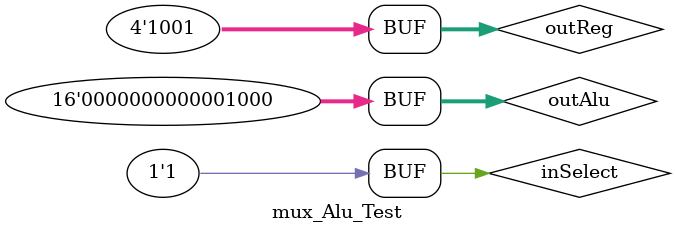
<source format=v>
`timescale 1ns / 1ps

module mux_Alu_Test;

//inputs
reg [3:0] outReg;
reg [15:0] outAlu;
reg inSelect;

//outputs
wire [15:0] outputMux;

//instance
mux_Alu mux (outReg, outAlu, inSelect, outputMux);


//values
initial begin 
    outReg = 0; outAlu = 0; inSelect = 0;#10;
    
     outReg = 1;#100;
     outReg = 5; outAlu = 15;#100;
     outReg = 8; outAlu = 8; #100;
     outReg = 9;#100;
     
     inSelect = 1;
     outReg = 1;#100;
     outReg = 5; outAlu = 15;#100;
     outReg = 8; outAlu = 8; #100;
     outReg = 9;#100;
    
end


endmodule

</source>
